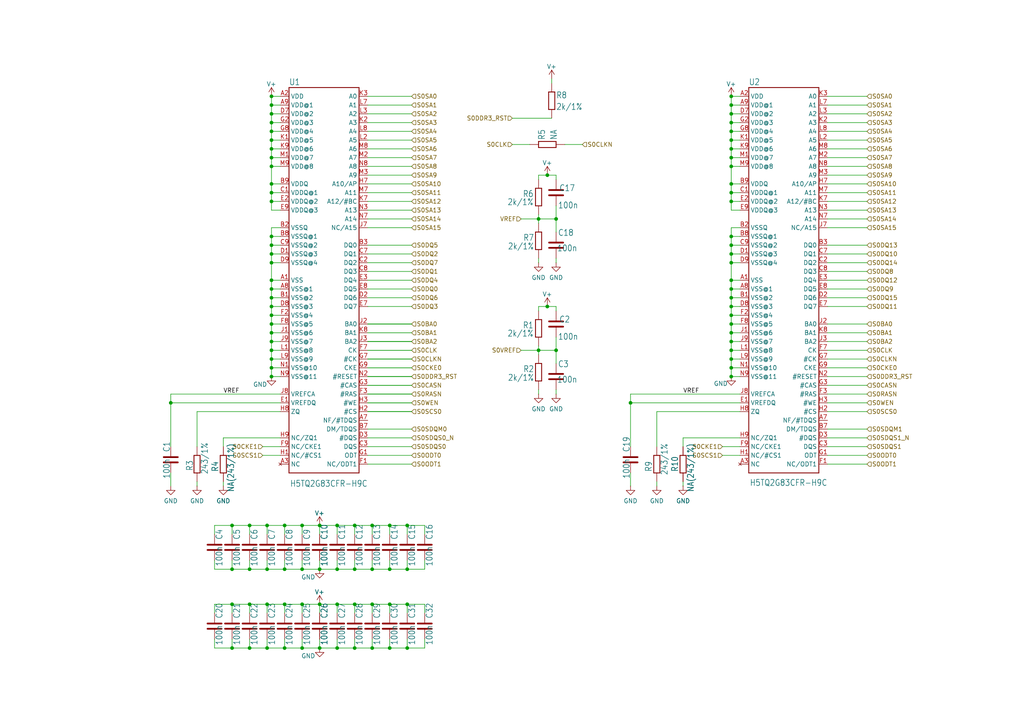
<source format=kicad_sch>
(kicad_sch (version 20231120) (generator "eeschema") (generator_version "8.0")
  (paper "A4")
  (junction (at 87.63 187.96))
  (junction (at 78.74 99.06))
  (junction (at 87.63 175.26))
  (junction (at 113.03 187.96))
  (junction (at 78.74 88.9))
  (junction (at 156.21 63.5))
  (junction (at 212.09 93.98))
  (junction (at 78.74 48.26))
  (junction (at 212.09 104.14))
  (junction (at 67.31 175.26))
  (junction (at 102.87 152.4))
  (junction (at 113.03 175.26))
  (junction (at 212.09 96.52))
  (junction (at 78.74 45.72))
  (junction (at 212.09 43.18))
  (junction (at 212.09 71.12))
  (junction (at 212.09 88.9))
  (junction (at 78.74 76.2))
  (junction (at 78.74 27.94))
  (junction (at 78.74 104.14))
  (junction (at 97.79 175.26))
  (junction (at 92.71 187.96))
  (junction (at 113.03 152.4))
  (junction (at 78.74 68.58))
  (junction (at 77.47 152.4))
  (junction (at 78.74 33.02))
  (junction (at 78.74 93.98))
  (junction (at 77.47 187.96))
  (junction (at 78.74 96.52))
  (junction (at 78.74 43.18))
  (junction (at 92.71 165.1))
  (junction (at 102.87 175.26))
  (junction (at 161.29 101.6))
  (junction (at 72.39 152.4))
  (junction (at 78.74 40.64))
  (junction (at 78.74 86.36))
  (junction (at 212.09 35.56))
  (junction (at 118.11 165.1))
  (junction (at 212.09 99.06))
  (junction (at 78.74 71.12))
  (junction (at 212.09 81.28))
  (junction (at 212.09 91.44))
  (junction (at 107.95 152.4))
  (junction (at 212.09 68.58))
  (junction (at 118.11 152.4))
  (junction (at 212.09 48.26))
  (junction (at 92.71 175.26))
  (junction (at 212.09 86.36))
  (junction (at 78.74 35.56))
  (junction (at 67.31 187.96))
  (junction (at 212.09 106.68))
  (junction (at 212.09 76.2))
  (junction (at 77.47 175.26))
  (junction (at 87.63 165.1))
  (junction (at 158.75 50.8))
  (junction (at 118.11 187.96))
  (junction (at 118.11 175.26))
  (junction (at 78.74 81.28))
  (junction (at 78.74 30.48))
  (junction (at 97.79 165.1))
  (junction (at 212.09 109.22))
  (junction (at 212.09 73.66))
  (junction (at 78.74 91.44))
  (junction (at 161.29 63.5))
  (junction (at 212.09 45.72))
  (junction (at 72.39 165.1))
  (junction (at 78.74 106.68))
  (junction (at 107.95 187.96))
  (junction (at 78.74 73.66))
  (junction (at 82.55 175.26))
  (junction (at 182.88 116.84))
  (junction (at 82.55 152.4))
  (junction (at 107.95 165.1))
  (junction (at 107.95 175.26))
  (junction (at 67.31 165.1))
  (junction (at 97.79 187.96))
  (junction (at 158.75 88.9))
  (junction (at 92.71 152.4))
  (junction (at 87.63 152.4))
  (junction (at 78.74 58.42))
  (junction (at 78.74 38.1))
  (junction (at 156.21 101.6))
  (junction (at 102.87 165.1))
  (junction (at 212.09 38.1))
  (junction (at 212.09 53.34))
  (junction (at 97.79 152.4))
  (junction (at 82.55 165.1))
  (junction (at 212.09 33.02))
  (junction (at 72.39 175.26))
  (junction (at 72.39 187.96))
  (junction (at 78.74 101.6))
  (junction (at 102.87 187.96))
  (junction (at 212.09 40.64))
  (junction (at 78.74 109.22))
  (junction (at 212.09 30.48))
  (junction (at 212.09 27.94))
  (junction (at 49.53 116.84))
  (junction (at 78.74 83.82))
  (junction (at 212.09 58.42))
  (junction (at 78.74 53.34))
  (junction (at 77.47 165.1))
  (junction (at 212.09 101.6))
  (junction (at 67.31 152.4))
  (junction (at 212.09 83.82))
  (junction (at 212.09 55.88))
  (junction (at 78.74 55.88))
  (junction (at 82.55 187.96))
  (junction (at 113.03 165.1))
  (wire (pts (xy 251.46 99.06) (xy 240.03 99.06)))
  (wire (pts (xy 148.59 41.91) (xy 153.67 41.91)) (stroke (width 0.1524)))
  (wire (pts (xy 76.2 132.08) (xy 81.28 132.08)) (stroke (width 0.1524)))
  (wire (pts (xy 214.63 91.44) (xy 212.09 91.44)) (stroke (width 0.1524)))
  (wire (pts (xy 106.68 40.64) (xy 119.38 40.64)) (stroke (width 0.1524)))
  (wire (pts (xy 102.87 152.4) (xy 107.95 152.4)) (stroke (width 0.1524)))
  (wire (pts (xy 57.15 119.38) (xy 57.15 129.54)) (stroke (width 0.1524)))
  (wire (pts (xy 49.53 114.3) (xy 81.28 114.3)) (stroke (width 0.1524)))
  (wire (pts (xy 212.09 66.04) (xy 212.09 68.58)) (stroke (width 0.1524)))
  (wire (pts (xy 251.46 60.96) (xy 240.03 60.96)))
  (wire (pts (xy 212.09 30.48) (xy 212.09 27.94)) (stroke (width 0.1524)))
  (wire (pts (xy 81.28 81.28) (xy 78.74 81.28)) (stroke (width 0.1524)))
  (wire (pts (xy 240.03 88.9) (xy 251.46 88.9)) (stroke (width 0.1524)))
  (wire (pts (xy 62.23 165.1) (xy 67.31 165.1)) (stroke (width 0.1524)))
  (wire (pts (xy 214.63 53.34) (xy 212.09 53.34)) (stroke (width 0.1524)))
  (wire (pts (xy 212.09 60.96) (xy 212.09 58.42)) (stroke (width 0.1524)))
  (wire (pts (xy 106.68 30.48) (xy 119.38 30.48)) (stroke (width 0.1524)))
  (wire (pts (xy 214.63 104.14) (xy 212.09 104.14)) (stroke (width 0.1524)))
  (wire (pts (xy 123.19 152.4) (xy 118.11 152.4)) (stroke (width 0.1524)))
  (wire (pts (xy 49.53 116.84) (xy 49.53 129.54)) (stroke (width 0.1524)))
  (wire (pts (xy 106.68 88.9) (xy 119.38 88.9)) (stroke (width 0.1524)))
  (wire (pts (xy 214.63 76.2) (xy 212.09 76.2)) (stroke (width 0.1524)))
  (wire (pts (xy 113.03 165.1) (xy 118.11 165.1)) (stroke (width 0.1524)))
  (wire (pts (xy 78.74 35.56) (xy 78.74 33.02)) (stroke (width 0.1524)))
  (wire (pts (xy 251.46 96.52) (xy 240.03 96.52)))
  (wire (pts (xy 214.63 55.88) (xy 212.09 55.88)) (stroke (width 0.1524)))
  (wire (pts (xy 251.46 33.02) (xy 240.03 33.02)))
  (wire (pts (xy 161.29 88.9) (xy 161.29 90.17)) (stroke (width 0.1524)))
  (wire (pts (xy 156.21 52.07) (xy 156.21 50.8)) (stroke (width 0.1524)))
  (wire (pts (xy 82.55 162.56) (xy 82.55 165.1)) (stroke (width 0.1524)))
  (wire (pts (xy 67.31 152.4) (xy 67.31 154.94)) (stroke (width 0.1524)))
  (wire (pts (xy 190.5 140.97) (xy 190.5 139.7)) (stroke (width 0.1524)))
  (wire (pts (xy 198.12 127) (xy 198.12 129.54)) (stroke (width 0.1524)))
  (wire (pts (xy 92.71 185.42) (xy 92.71 187.96)) (stroke (width 0.1524)))
  (wire (pts (xy 78.74 55.88) (xy 78.74 53.34)) (stroke (width 0.1524)))
  (wire (pts (xy 102.87 175.26) (xy 97.79 175.26)) (stroke (width 0.1524)))
  (wire (pts (xy 251.46 58.42) (xy 240.03 58.42)))
  (wire (pts (xy 76.2 129.54) (xy 81.28 129.54)) (stroke (width 0.1524)))
  (wire (pts (xy 214.63 58.42) (xy 212.09 58.42)) (stroke (width 0.1524)))
  (wire (pts (xy 106.68 50.8) (xy 119.38 50.8)) (stroke (width 0.1524)))
  (wire (pts (xy 82.55 152.4) (xy 87.63 152.4)) (stroke (width 0.1524)))
  (wire (pts (xy 160.02 22.86) (xy 160.02 24.13)) (stroke (width 0.1524)))
  (wire (pts (xy 161.29 113.03) (xy 161.29 114.3)) (stroke (width 0.1524)))
  (wire (pts (xy 214.63 40.64) (xy 212.09 40.64)) (stroke (width 0.1524)))
  (wire (pts (xy 113.03 175.26) (xy 113.03 177.8)) (stroke (width 0.1524)))
  (wire (pts (xy 251.46 45.72) (xy 240.03 45.72)))
  (wire (pts (xy 214.63 96.52) (xy 212.09 96.52)) (stroke (width 0.1524)))
  (wire (pts (xy 81.28 68.58) (xy 78.74 68.58)) (stroke (width 0.1524)))
  (wire (pts (xy 97.79 175.26) (xy 97.79 177.8)) (stroke (width 0.1524)))
  (wire (pts (xy 251.46 134.62) (xy 240.03 134.62)))
  (wire (pts (xy 106.68 104.14) (xy 119.38 104.14)) (stroke (width 0.1524)))
  (wire (pts (xy 106.68 106.68) (xy 119.38 106.68)))
  (wire (pts (xy 106.68 35.56) (xy 119.38 35.56)) (stroke (width 0.1524)))
  (wire (pts (xy 102.87 165.1) (xy 107.95 165.1)) (stroke (width 0.1524)))
  (wire (pts (xy 158.75 88.9) (xy 161.29 88.9)) (stroke (width 0.1524)))
  (wire (pts (xy 251.46 38.1) (xy 240.03 38.1)))
  (wire (pts (xy 214.63 45.72) (xy 212.09 45.72)) (stroke (width 0.1524)))
  (wire (pts (xy 212.09 71.12) (xy 212.09 73.66)) (stroke (width 0.1524)))
  (wire (pts (xy 102.87 187.96) (xy 102.87 185.42)) (stroke (width 0.1524)))
  (wire (pts (xy 107.95 187.96) (xy 102.87 187.96)) (stroke (width 0.1524)))
  (wire (pts (xy 67.31 187.96) (xy 67.31 185.42)) (stroke (width 0.1524)))
  (wire (pts (xy 113.03 175.26) (xy 118.11 175.26)) (stroke (width 0.1524)))
  (wire (pts (xy 182.88 114.3) (xy 182.88 116.84)) (stroke (width 0.1524)))
  (wire (pts (xy 106.68 93.98) (xy 119.38 93.98)) (stroke (width 0.1524)))
  (wire (pts (xy 81.28 96.52) (xy 78.74 96.52)) (stroke (width 0.1524)))
  (wire (pts (xy 214.63 35.56) (xy 212.09 35.56)) (stroke (width 0.1524)))
  (wire (pts (xy 163.83 41.91) (xy 168.91 41.91)) (stroke (width 0.1524)))
  (wire (pts (xy 106.68 114.3) (xy 119.38 114.3)))
  (wire (pts (xy 78.74 106.68) (xy 78.74 109.22)) (stroke (width 0.1524)))
  (wire (pts (xy 214.63 101.6) (xy 212.09 101.6)) (stroke (width 0.1524)))
  (wire (pts (xy 214.63 83.82) (xy 212.09 83.82)) (stroke (width 0.1524)))
  (wire (pts (xy 81.28 40.64) (xy 78.74 40.64)) (stroke (width 0.1524)))
  (wire (pts (xy 161.29 97.79) (xy 161.29 101.6)) (stroke (width 0.1524)))
  (wire (pts (xy 119.38 129.54) (xy 106.68 129.54)))
  (wire (pts (xy 81.28 73.66) (xy 78.74 73.66)) (stroke (width 0.1524)))
  (wire (pts (xy 106.68 33.02) (xy 119.38 33.02)) (stroke (width 0.1524)))
  (wire (pts (xy 106.68 81.28) (xy 119.38 81.28)) (stroke (width 0.1524)))
  (wire (pts (xy 214.63 48.26) (xy 212.09 48.26)) (stroke (width 0.1524)))
  (wire (pts (xy 123.19 165.1) (xy 123.19 162.56)) (stroke (width 0.1524)))
  (wire (pts (xy 57.15 140.97) (xy 57.15 139.7)))
  (wire (pts (xy 156.21 62.23) (xy 156.21 63.5)) (stroke (width 0.1524)))
  (wire (pts (xy 78.74 101.6) (xy 78.74 104.14)) (stroke (width 0.1524)))
  (wire (pts (xy 212.09 53.34) (xy 212.09 48.26)) (stroke (width 0.1524)))
  (wire (pts (xy 212.09 106.68) (xy 212.09 109.22)) (stroke (width 0.1524)))
  (wire (pts (xy 182.88 116.84) (xy 182.88 129.54)) (stroke (width 0.1524)))
  (wire (pts (xy 81.28 109.22) (xy 78.74 109.22)) (stroke (width 0.1524)))
  (wire (pts (xy 151.13 63.5) (xy 156.21 63.5)) (stroke (width 0.1524)))
  (wire (pts (xy 251.46 93.98) (xy 240.03 93.98)))
  (wire (pts (xy 77.47 175.26) (xy 82.55 175.26)) (stroke (width 0.1524)))
  (wire (pts (xy 106.68 101.6) (xy 119.38 101.6)) (stroke (width 0.1524)))
  (wire (pts (xy 240.03 86.36) (xy 251.46 86.36)) (stroke (width 0.1524)))
  (wire (pts (xy 212.09 68.58) (xy 212.09 71.12)) (stroke (width 0.1524)))
  (wire (pts (xy 92.71 187.96) (xy 97.79 187.96)) (stroke (width 0.1524)))
  (wire (pts (xy 81.28 119.38) (xy 57.15 119.38)) (stroke (width 0.1524)))
  (wire (pts (xy 123.19 175.26) (xy 123.19 177.8)) (stroke (width 0.1524)))
  (wire (pts (xy 87.63 187.96) (xy 92.71 187.96)) (stroke (width 0.1524)))
  (wire (pts (xy 106.68 116.84) (xy 119.38 116.84)))
  (wire (pts (xy 78.74 33.02) (xy 78.74 30.48)) (stroke (width 0.1524)))
  (wire (pts (xy 72.39 175.26) (xy 77.47 175.26)) (stroke (width 0.1524)))
  (wire (pts (xy 81.28 60.96) (xy 78.74 60.96)) (stroke (width 0.1524)))
  (wire (pts (xy 78.74 53.34) (xy 78.74 48.26)) (stroke (width 0.1524)))
  (wire (pts (xy 77.47 152.4) (xy 82.55 152.4)) (stroke (width 0.1524)))
  (wire (pts (xy 214.63 127) (xy 198.12 127)) (stroke (width 0.1524)))
  (wire (pts (xy 102.87 187.96) (xy 97.79 187.96)) (stroke (width 0.1524)))
  (wire (pts (xy 251.46 124.46) (xy 240.03 124.46)))
  (wire (pts (xy 212.09 81.28) (xy 212.09 83.82)) (stroke (width 0.1524)))
  (wire (pts (xy 161.29 50.8) (xy 161.29 52.07)) (stroke (width 0.1524)))
  (wire (pts (xy 97.79 187.96) (xy 97.79 185.42)) (stroke (width 0.1524)))
  (wire (pts (xy 81.28 43.18) (xy 78.74 43.18)) (stroke (width 0.1524)))
  (wire (pts (xy 251.46 109.22) (xy 240.03 109.22)))
  (wire (pts (xy 156.21 63.5) (xy 161.29 63.5)) (stroke (width 0.1524)))
  (wire (pts (xy 62.23 154.94) (xy 62.23 152.4)) (stroke (width 0.1524)))
  (wire (pts (xy 214.63 27.94) (xy 212.09 27.94)) (stroke (width 0.1524)))
  (wire (pts (xy 251.46 30.48) (xy 240.03 30.48)))
  (wire (pts (xy 214.63 71.12) (xy 212.09 71.12)) (stroke (width 0.1524)))
  (wire (pts (xy 107.95 175.26) (xy 102.87 175.26)) (stroke (width 0.1524)))
  (wire (pts (xy 102.87 165.1) (xy 97.79 165.1)) (stroke (width 0.1524)))
  (wire (pts (xy 106.68 73.66) (xy 119.38 73.66)) (stroke (width 0.1524)))
  (wire (pts (xy 82.55 187.96) (xy 87.63 187.96)) (stroke (width 0.1524)))
  (wire (pts (xy 106.68 55.88) (xy 119.38 55.88)) (stroke (width 0.1524)))
  (wire (pts (xy 92.71 152.4) (xy 92.71 154.94)) (stroke (width 0.1524)))
  (wire (pts (xy 212.09 40.64) (xy 212.09 38.1)) (stroke (width 0.1524)))
  (wire (pts (xy 81.28 35.56) (xy 78.74 35.56)) (stroke (width 0.1524)))
  (wire (pts (xy 81.28 71.12) (xy 78.74 71.12)) (stroke (width 0.1524)))
  (wire (pts (xy 156.21 90.17) (xy 156.21 88.9)) (stroke (width 0.1524)))
  (wire (pts (xy 97.79 165.1) (xy 92.71 165.1)) (stroke (width 0.1524)))
  (wire (pts (xy 78.74 43.18) (xy 78.74 40.64)) (stroke (width 0.1524)))
  (wire (pts (xy 78.74 106.68) (xy 81.28 106.68)) (stroke (width 0.1524)))
  (wire (pts (xy 119.38 127) (xy 106.68 127)))
  (wire (pts (xy 118.11 187.96) (xy 113.03 187.96)) (stroke (width 0.1524)))
  (wire (pts (xy 214.63 73.66) (xy 212.09 73.66)) (stroke (width 0.1524)))
  (wire (pts (xy 156.21 76.2) (xy 156.21 74.93)))
  (wire (pts (xy 107.95 187.96) (xy 107.95 185.42)) (stroke (width 0.1524)))
  (wire (pts (xy 67.31 175.26) (xy 72.39 175.26)) (stroke (width 0.1524)))
  (wire (pts (xy 214.63 33.02) (xy 212.09 33.02)) (stroke (width 0.1524)))
  (wire (pts (xy 156.21 100.33) (xy 156.21 101.6)) (stroke (width 0.1524)))
  (wire (pts (xy 106.68 58.42) (xy 119.38 58.42)) (stroke (width 0.1524)))
  (wire (pts (xy 240.03 83.82) (xy 251.46 83.82)) (stroke (width 0.1524)))
  (wire (pts (xy 78.74 88.9) (xy 78.74 91.44)) (stroke (width 0.1524)))
  (wire (pts (xy 251.46 55.88) (xy 240.03 55.88)))
  (wire (pts (xy 81.28 66.04) (xy 78.74 66.04)) (stroke (width 0.1524)))
  (wire (pts (xy 212.09 83.82) (xy 212.09 86.36)) (stroke (width 0.1524)))
  (wire (pts (xy 97.79 152.4) (xy 102.87 152.4)) (stroke (width 0.1524)))
  (wire (pts (xy 151.13 101.6) (xy 156.21 101.6)) (stroke (width 0.1524)))
  (wire (pts (xy 77.47 187.96) (xy 82.55 187.96)) (stroke (width 0.1524)))
  (wire (pts (xy 106.68 104.14) (xy 119.38 104.14)))
  (wire (pts (xy 62.23 162.56) (xy 62.23 165.1)) (stroke (width 0.1524)))
  (wire (pts (xy 212.09 99.06) (xy 212.09 101.6)) (stroke (width 0.1524)))
  (wire (pts (xy 106.68 83.82) (xy 119.38 83.82)) (stroke (width 0.1524)))
  (wire (pts (xy 102.87 152.4) (xy 102.87 154.94)) (stroke (width 0.1524)))
  (wire (pts (xy 212.09 35.56) (xy 212.09 33.02)) (stroke (width 0.1524)))
  (wire (pts (xy 78.74 66.04) (xy 78.74 68.58)) (stroke (width 0.1524)))
  (wire (pts (xy 78.74 38.1) (xy 78.74 35.56)) (stroke (width 0.1524)))
  (wire (pts (xy 78.74 91.44) (xy 78.74 93.98)) (stroke (width 0.1524)))
  (wire (pts (xy 214.63 66.04) (xy 212.09 66.04)) (stroke (width 0.1524)))
  (wire (pts (xy 212.09 33.02) (xy 212.09 30.48)) (stroke (width 0.1524)))
  (wire (pts (xy 78.74 104.14) (xy 78.74 106.68)) (stroke (width 0.1524)))
  (wire (pts (xy 81.28 99.06) (xy 78.74 99.06)) (stroke (width 0.1524)))
  (wire (pts (xy 82.55 165.1) (xy 77.47 165.1)) (stroke (width 0.1524)))
  (wire (pts (xy 113.03 152.4) (xy 107.95 152.4)) (stroke (width 0.1524)))
  (wire (pts (xy 123.19 187.96) (xy 118.11 187.96)) (stroke (width 0.1524)))
  (wire (pts (xy 81.28 33.02) (xy 78.74 33.02)) (stroke (width 0.1524)))
  (wire (pts (xy 81.28 76.2) (xy 78.74 76.2)) (stroke (width 0.1524)))
  (wire (pts (xy 106.68 27.94) (xy 119.38 27.94)) (stroke (width 0.1524)))
  (wire (pts (xy 78.74 76.2) (xy 78.74 81.28)) (stroke (width 0.1524)))
  (wire (pts (xy 62.23 185.42) (xy 62.23 187.96)) (stroke (width 0.1524)))
  (wire (pts (xy 106.68 48.26) (xy 119.38 48.26)) (stroke (width 0.1524)))
  (wire (pts (xy 77.47 175.26) (xy 77.47 177.8)) (stroke (width 0.1524)))
  (wire (pts (xy 78.74 58.42) (xy 78.74 55.88)) (stroke (width 0.1524)))
  (wire (pts (xy 214.63 99.06) (xy 212.09 99.06)) (stroke (width 0.1524)))
  (wire (pts (xy 106.68 99.06) (xy 119.38 99.06)) (stroke (width 0.1524)))
  (wire (pts (xy 81.28 116.84) (xy 49.53 116.84)) (stroke (width 0.1524)))
  (wire (pts (xy 156.21 101.6) (xy 156.21 102.87)) (stroke (width 0.1524)))
  (wire (pts (xy 209.55 132.08) (xy 214.63 132.08)))
  (wire (pts (xy 67.31 187.96) (xy 62.23 187.96)) (stroke (width 0.1524)))
  (wire (pts (xy 119.38 124.46) (xy 106.68 124.46)))
  (wire (pts (xy 182.88 114.3) (xy 214.63 114.3)) (stroke (width 0.1524)))
  (wire (pts (xy 214.63 88.9) (xy 212.09 88.9)) (stroke (width 0.1524)))
  (wire (pts (xy 92.71 162.56) (xy 92.71 165.1)) (stroke (width 0.1524)))
  (wire (pts (xy 212.09 58.42) (xy 212.09 55.88)) (stroke (width 0.1524)))
  (wire (pts (xy 118.11 175.26) (xy 123.19 175.26)) (stroke (width 0.1524)))
  (wire (pts (xy 240.03 73.66) (xy 251.46 73.66)) (stroke (width 0.1524)))
  (wire (pts (xy 82.55 152.4) (xy 82.55 154.94)) (stroke (width 0.1524)))
  (wire (pts (xy 106.68 119.38) (xy 119.38 119.38)) (stroke (width 0.1524)))
  (wire (pts (xy 78.74 45.72) (xy 78.74 43.18)) (stroke (width 0.1524)))
  (wire (pts (xy 251.46 35.56) (xy 240.03 35.56)))
  (wire (pts (xy 212.09 96.52) (xy 212.09 99.06)) (stroke (width 0.1524)))
  (wire (pts (xy 118.11 162.56) (xy 118.11 165.1)) (stroke (width 0.1524)))
  (wire (pts (xy 212.09 86.36) (xy 212.09 88.9)) (stroke (width 0.1524)))
  (wire (pts (xy 106.68 96.52) (xy 119.38 96.52)))
  (wire (pts (xy 81.28 45.72) (xy 78.74 45.72)) (stroke (width 0.1524)))
  (wire (pts (xy 156.21 113.03) (xy 156.21 114.3)) (stroke (width 0.1524)))
  (wire (pts (xy 106.68 71.12) (xy 119.38 71.12)) (stroke (width 0.1524)))
  (wire (pts (xy 64.77 140.97) (xy 64.77 139.7)))
  (wire (pts (xy 214.63 60.96) (xy 212.09 60.96)) (stroke (width 0.1524)))
  (wire (pts (xy 240.03 81.28) (xy 251.46 81.28)) (stroke (width 0.1524)))
  (wire (pts (xy 119.38 132.08) (xy 106.68 132.08)))
  (wire (pts (xy 251.46 132.08) (xy 240.03 132.08)))
  (wire (pts (xy 214.63 30.48) (xy 212.09 30.48)) (stroke (width 0.1524)))
  (wire (pts (xy 212.09 48.26) (xy 212.09 45.72)) (stroke (width 0.1524)))
  (wire (pts (xy 62.23 152.4) (xy 67.31 152.4)) (stroke (width 0.1524)))
  (wire (pts (xy 118.11 187.96) (xy 118.11 185.42)) (stroke (width 0.1524)))
  (wire (pts (xy 81.28 91.44) (xy 78.74 91.44)) (stroke (width 0.1524)))
  (wire (pts (xy 106.68 96.52) (xy 119.38 96.52)) (stroke (width 0.1524)))
  (wire (pts (xy 251.46 129.54) (xy 240.03 129.54)))
  (wire (pts (xy 118.11 152.4) (xy 118.11 154.94)) (stroke (width 0.1524)))
  (wire (pts (xy 240.03 76.2) (xy 251.46 76.2)) (stroke (width 0.1524)))
  (wire (pts (xy 212.09 45.72) (xy 212.09 43.18)) (stroke (width 0.1524)))
  (wire (pts (xy 77.47 187.96) (xy 72.39 187.96)) (stroke (width 0.1524)))
  (wire (pts (xy 78.74 40.64) (xy 78.74 38.1)) (stroke (width 0.1524)))
  (wire (pts (xy 72.39 187.96) (xy 67.31 187.96)) (stroke (width 0.1524)))
  (wire (pts (xy 118.11 165.1) (xy 123.19 165.1)) (stroke (width 0.1524)))
  (wire (pts (xy 251.46 104.14) (xy 240.03 104.14)))
  (wire (pts (xy 87.63 187.96) (xy 87.63 185.42)) (stroke (width 0.1524)))
  (wire (pts (xy 92.71 175.26) (xy 87.63 175.26)) (stroke (width 0.1524)))
  (wire (pts (xy 49.53 114.3) (xy 49.53 116.84)) (stroke (width 0.1524)))
  (wire (pts (xy 161.29 67.31) (xy 161.29 63.5)) (stroke (width 0.1524)))
  (wire (pts (xy 161.29 105.41) (xy 161.29 101.6)) (stroke (width 0.1524)))
  (wire (pts (xy 106.68 86.36) (xy 119.38 86.36)) (stroke (width 0.1524)))
  (wire (pts (xy 107.95 165.1) (xy 113.03 165.1)) (stroke (width 0.1524)))
  (wire (pts (xy 240.03 66.04) (xy 251.46 66.04)) (stroke (width 0.1524)))
  (wire (pts (xy 107.95 152.4) (xy 107.95 154.94)) (stroke (width 0.1524)))
  (wire (pts (xy 81.28 27.94) (xy 78.74 27.94)) (stroke (width 0.1524)))
  (wire (pts (xy 106.68 111.76) (xy 119.38 111.76)) (stroke (width 0.1524)))
  (wire (pts (xy 251.46 114.3) (xy 240.03 114.3)))
  (wire (pts (xy 81.28 88.9) (xy 78.74 88.9)) (stroke (width 0.1524)))
  (wire (pts (xy 81.28 58.42) (xy 78.74 58.42)) (stroke (width 0.1524)))
  (wire (pts (xy 251.46 119.38) (xy 240.03 119.38)))
  (wire (pts (xy 78.74 60.96) (xy 78.74 58.42)) (stroke (width 0.1524)))
  (wire (pts (xy 119.38 134.62) (xy 106.68 134.62)))
  (wire (pts (xy 78.74 73.66) (xy 78.74 76.2)) (stroke (width 0.1524)))
  (wire (pts (xy 77.47 187.96) (xy 77.47 185.42)) (stroke (width 0.1524)))
  (wire (pts (xy 72.39 165.1) (xy 77.47 165.1)) (stroke (width 0.1524)))
  (wire (pts (xy 251.46 116.84) (xy 240.03 116.84)))
  (wire (pts (xy 212.09 43.18) (xy 212.09 40.64)) (stroke (width 0.1524)))
  (wire (pts (xy 106.68 106.68) (xy 119.38 106.68)) (stroke (width 0.1524)))
  (wire (pts (xy 107.95 175.26) (xy 113.03 175.26)) (stroke (width 0.1524)))
  (wire (pts (xy 156.21 63.5) (xy 156.21 64.77)) (stroke (width 0.1524)))
  (wire (pts (xy 72.39 165.1) (xy 67.31 165.1)) (stroke (width 0.1524)))
  (wire (pts (xy 78.74 48.26) (xy 78.74 45.72)) (stroke (width 0.1524)))
  (wire (pts (xy 106.68 76.2) (xy 119.38 76.2)) (stroke (width 0.1524)))
  (wire (pts (xy 106.68 66.04) (xy 119.38 66.04)) (stroke (width 0.1524)))
  (wire (pts (xy 106.68 63.5) (xy 119.38 63.5)) (stroke (width 0.1524)))
  (wire (pts (xy 97.79 175.26) (xy 92.71 175.26)) (stroke (width 0.1524)))
  (wire (pts (xy 251.46 43.18) (xy 240.03 43.18)))
  (wire (pts (xy 87.63 165.1) (xy 82.55 165.1)) (stroke (width 0.1524)))
  (wire (pts (xy 251.46 63.5) (xy 240.03 63.5)))
  (wire (pts (xy 77.47 152.4) (xy 77.47 154.94)) (stroke (width 0.1524)))
  (wire (pts (xy 161.29 76.2) (xy 161.29 74.93)))
  (wire (pts (xy 113.03 187.96) (xy 113.03 185.42)) (stroke (width 0.1524)))
  (wire (pts (xy 92.71 152.4) (xy 97.79 152.4)) (stroke (width 0.1524)))
  (wire (pts (xy 123.19 154.94) (xy 123.19 152.4)) (stroke (width 0.1524)))
  (wire (pts (xy 161.29 101.6) (xy 156.21 101.6)) (stroke (width 0.1524)))
  (wire (pts (xy 214.63 86.36) (xy 212.09 86.36)) (stroke (width 0.1524)))
  (wire (pts (xy 72.39 152.4) (xy 72.39 154.94)) (stroke (width 0.1524)))
  (wire (pts (xy 106.68 109.22) (xy 119.38 109.22)))
  (wire (pts (xy 78.74 71.12) (xy 78.74 73.66)) (stroke (width 0.1524)))
  (wire (pts (xy 67.31 152.4) (xy 72.39 152.4)) (stroke (width 0.1524)))
  (wire (pts (xy 212.09 55.88) (xy 212.09 53.34)) (stroke (width 0.1524)))
  (wire (pts (xy 106.68 93.98) (xy 119.38 93.98)))
  (wire (pts (xy 106.68 114.3) (xy 119.38 114.3)) (stroke (width 0.1524)))
  (wire (pts (xy 212.09 101.6) (xy 212.09 104.14)) (stroke (width 0.1524)))
  (wire (pts (xy 78.74 99.06) (xy 78.74 101.6)) (stroke (width 0.1524)))
  (wire (pts (xy 106.68 109.22) (xy 119.38 109.22)) (stroke (width 0.1524)))
  (wire (pts (xy 251.46 101.6) (xy 240.03 101.6)))
  (wire (pts (xy 81.28 93.98) (xy 78.74 93.98)) (stroke (width 0.1524)))
  (wire (pts (xy 102.87 162.56) (xy 102.87 165.1)) (stroke (width 0.1524)))
  (wire (pts (xy 78.74 93.98) (xy 78.74 96.52)) (stroke (width 0.1524)))
  (wire (pts (xy 106.68 78.74) (xy 119.38 78.74)) (stroke (width 0.1524)))
  (wire (pts (xy 81.28 83.82) (xy 78.74 83.82)) (stroke (width 0.1524)))
  (wire (pts (xy 212.09 91.44) (xy 212.09 93.98)) (stroke (width 0.1524)))
  (wire (pts (xy 72.39 175.26) (xy 72.39 177.8)) (stroke (width 0.1524)))
  (wire (pts (xy 251.46 40.64) (xy 240.03 40.64)))
  (wire (pts (xy 82.55 175.26) (xy 82.55 177.8)) (stroke (width 0.1524)))
  (wire (pts (xy 161.29 59.69) (xy 161.29 63.5)) (stroke (width 0.1524)))
  (wire (pts (xy 156.21 50.8) (xy 158.75 50.8)) (stroke (width 0.1524)))
  (wire (pts (xy 214.63 116.84) (xy 182.88 116.84)) (stroke (width 0.1524)))
  (wire (pts (xy 148.59 34.29) (xy 160.02 34.29)) (stroke (width 0.1524)))
  (wire (pts (xy 87.63 152.4) (xy 87.63 154.94)) (stroke (width 0.1524)))
  (wire (pts (xy 212.09 93.98) (xy 212.09 96.52)) (stroke (width 0.1524)))
  (wire (pts (xy 107.95 162.56) (xy 107.95 165.1)) (stroke (width 0.1524)))
  (wire (pts (xy 156.21 88.9) (xy 158.75 88.9)) (stroke (width 0.1524)))
  (wire (pts (xy 106.68 101.6) (xy 119.38 101.6)))
  (wire (pts (xy 251.46 48.26) (xy 240.03 48.26)))
  (wire (pts (xy 123.19 185.42) (xy 123.19 187.96)) (stroke (width 0.1524)))
  (wire (pts (xy 251.46 50.8) (xy 240.03 50.8)))
  (wire (pts (xy 212.09 104.14) (xy 212.09 106.68)) (stroke (width 0.1524)))
  (wire (pts (xy 67.31 175.26) (xy 67.31 177.8)) (stroke (width 0.1524)))
  (wire (pts (xy 214.63 106.68) (xy 212.09 106.68)) (stroke (width 0.1524)))
  (wire (pts (xy 92.71 165.1) (xy 87.63 165.1)) (stroke (width 0.1524)))
  (wire (pts (xy 113.03 152.4) (xy 113.03 154.94)) (stroke (width 0.1524)))
  (wire (pts (xy 49.53 137.16) (xy 49.53 140.97)) (stroke (width 0.1524)))
  (wire (pts (xy 72.39 165.1) (xy 72.39 162.56)) (stroke (width 0.1524)))
  (wire (pts (xy 212.09 73.66) (xy 212.09 76.2)) (stroke (width 0.1524)))
  (wire (pts (xy 251.46 111.76) (xy 240.03 111.76)))
  (wire (pts (xy 214.63 81.28) (xy 212.09 81.28)) (stroke (width 0.1524)))
  (wire (pts (xy 198.12 140.97) (xy 198.12 139.7)) (stroke (width 0.1524)))
  (wire (pts (xy 81.28 48.26) (xy 78.74 48.26)) (stroke (width 0.1524)))
  (wire (pts (xy 97.79 152.4) (xy 97.79 154.94)) (stroke (width 0.1524)))
  (wire (pts (xy 87.63 175.26) (xy 87.63 177.8)) (stroke (width 0.1524)))
  (wire (pts (xy 78.74 83.82) (xy 78.74 86.36)) (stroke (width 0.1524)))
  (wire (pts (xy 72.39 187.96) (xy 72.39 185.42)) (stroke (width 0.1524)))
  (wire (pts (xy 87.63 175.26) (xy 82.55 175.26)) (stroke (width 0.1524)))
  (wire (pts (xy 106.68 119.38) (xy 119.38 119.38)))
  (wire (pts (xy 251.46 27.94) (xy 240.03 27.94)))
  (wire (pts (xy 113.03 187.96) (xy 107.95 187.96)) (stroke (width 0.1524)))
  (wire (pts (xy 240.03 71.12) (xy 251.46 71.12)) (stroke (width 0.1524)))
  (wire (pts (xy 214.63 43.18) (xy 212.09 43.18)) (stroke (width 0.1524)))
  (wire (pts (xy 81.28 55.88) (xy 78.74 55.88)) (stroke (width 0.1524)))
  (wire (pts (xy 214.63 93.98) (xy 212.09 93.98)) (stroke (width 0.1524)))
  (wire (pts (xy 106.68 111.76) (xy 119.38 111.76)))
  (wire (pts (xy 81.28 86.36) (xy 78.74 86.36)) (stroke (width 0.1524)))
  (wire (pts (xy 81.28 101.6) (xy 78.74 101.6)) (stroke (width 0.1524)))
  (wire (pts (xy 81.28 127) (xy 64.77 127)) (stroke (width 0.1524)))
  (wire (pts (xy 107.95 175.26) (xy 107.95 177.8)) (stroke (width 0.1524)))
  (wire (pts (xy 212.09 88.9) (xy 212.09 91.44)) (stroke (width 0.1524)))
  (wire (pts (xy 81.28 53.34) (xy 78.74 53.34)) (stroke (width 0.1524)))
  (wire (pts (xy 212.09 76.2) (xy 212.09 81.28)) (stroke (width 0.1524)))
  (wire (pts (xy 78.74 81.28) (xy 78.74 83.82)) (stroke (width 0.1524)))
  (wire (pts (xy 81.28 104.14) (xy 78.74 104.14)) (stroke (width 0.1524)))
  (wire (pts (xy 118.11 175.26) (xy 118.11 177.8)) (stroke (width 0.1524)))
  (wire (pts (xy 64.77 127) (xy 64.77 129.54)) (stroke (width 0.1524)))
  (wire (pts (xy 97.79 165.1) (xy 97.79 162.56)) (stroke (width 0.1524)))
  (wire (pts (xy 77.47 162.56) (xy 77.47 165.1)) (stroke (width 0.1524)))
  (wire (pts (xy 106.68 45.72) (xy 119.38 45.72)) (stroke (width 0.1524)))
  (wire (pts (xy 251.46 53.34) (xy 240.03 53.34)))
  (wire (pts (xy 87.63 152.4) (xy 92.71 152.4)) (stroke (width 0.1524)))
  (wire (pts (xy 106.68 53.34) (xy 119.38 53.34)) (stroke (width 0.1524)))
  (wire (pts (xy 113.03 162.56) (xy 113.03 165.1)) (stroke (width 0.1524)))
  (wire (pts (xy 62.23 175.26) (xy 62.23 177.8)) (stroke (width 0.1524)))
  (wire (pts (xy 78.74 68.58) (xy 78.74 71.12)) (stroke (width 0.1524)))
  (wire (pts (xy 106.68 60.96) (xy 119.38 60.96)) (stroke (width 0.1524)))
  (wire (pts (xy 240.03 78.74) (xy 251.46 78.74)) (stroke (width 0.1524)))
  (wire (pts (xy 251.46 127) (xy 240.03 127)))
  (wire (pts (xy 78.74 30.48) (xy 78.74 27.94)) (stroke (width 0.1524)))
  (wire (pts (xy 158.75 50.8) (xy 161.29 50.8)) (stroke (width 0.1524)))
  (wire (pts (xy 67.31 162.56) (xy 67.31 165.1)) (stroke (width 0.1524)))
  (wire (pts (xy 209.55 129.54) (xy 214.63 129.54)))
  (wire (pts (xy 87.63 162.56) (xy 87.63 165.1)) (stroke (width 0.1524)))
  (wire (pts (xy 214.63 119.38) (xy 190.5 119.38)) (stroke (width 0.1524)))
  (wire (pts (xy 106.68 99.06) (xy 119.38 99.06)))
  (wire (pts (xy 106.68 43.18) (xy 119.38 43.18)) (stroke (width 0.1524)))
  (wire (pts (xy 102.87 177.8) (xy 102.87 175.26)) (stroke (width 0.1524)))
  (wire (pts (xy 190.5 119.38) (xy 190.5 129.54)) (stroke (width 0.1524)))
  (wire (pts (xy 78.74 96.52) (xy 78.74 99.06)) (stroke (width 0.1524)))
  (wire (pts (xy 81.28 38.1) (xy 78.74 38.1)) (stroke (width 0.1524)))
  (wire (pts (xy 106.68 116.84) (xy 119.38 116.84)) (stroke (width 0.1524)))
  (wire (pts (xy 251.46 106.68) (xy 240.03 106.68)))
  (wire (pts (xy 214.63 68.58) (xy 212.09 68.58)) (stroke (width 0.1524)))
  (wire (pts (xy 81.28 30.48) (xy 78.74 30.48)) (stroke (width 0.1524)))
  (wire (pts (xy 106.68 38.1) (xy 119.38 38.1)) (stroke (width 0.1524)))
  (wire (pts (xy 92.71 175.26) (xy 92.71 177.8)) (stroke (width 0.1524)))
  (wire (pts (xy 82.55 187.96) (xy 82.55 185.42)) (stroke (width 0.1524)))
  (wire (pts (xy 214.63 109.22) (xy 212.09 109.22)) (stroke (width 0.1524)))
  (wire (pts (xy 118.11 152.4) (xy 113.03 152.4)) (stroke (width 0.1524)))
  (wire (pts (xy 212.09 38.1) (xy 212.09 35.56)) (stroke (width 0.1524)))
  (wire (pts (xy 78.74 86.36) (xy 78.74 88.9)) (stroke (width 0.1524)))
  (wire (pts (xy 72.39 152.4) (xy 77.47 152.4)) (stroke (width 0.1524)))
  (wire (pts (xy 182.88 140.97) (xy 182.88 137.16)) (stroke (width 0.1524)))
  (wire (pts (xy 214.63 38.1) (xy 212.09 38.1)) (stroke (width 0.1524)))
  (wire (pts (xy 62.23 175.26) (xy 67.31 175.26)) (stroke (width 0.1524)))
  (label "VREF" (at 64.77 114.3 0) (effects (font (size 1.2446 1.2446))))
  (label "VREF" (at 198.12 114.3 0) (effects (font (size 1.2446 1.2446))))
  (hierarchical_label "S0SA2" (shape input) (at 251.46 33.02 0) (effects (font (size 1.2446 1.2446))))
  (hierarchical_label "S0WEN" (shape input) (at 251.46 116.84 0) (effects (font (size 1.2446 1.2446))))
  (hierarchical_label "S0SA15" (shape input) (at 251.46 66.04 0) (effects (font (size 1.2446 1.2446))))
  (hierarchical_label "S0DQ14" (shape input) (at 251.46 76.2 0) (effects (font (size 1.2446 1.2446))))
  (hierarchical_label "S0CLK" (shape input) (at 148.59 41.91 180) (effects (font (size 1.2446 1.2446))))
  (hierarchical_label "S0SA7" (shape input) (at 119.38 45.72 0) (effects (font (size 1.2446 1.2446))))
  (hierarchical_label "S0DQ13" (shape input) (at 251.46 71.12 0) (effects (font (size 1.2446 1.2446))))
  (hierarchical_label "S0DDR3_RST" (shape input) (at 251.46 109.22 0) (effects (font (size 1.2446 1.2446))))
  (hierarchical_label "S0CKE0" (shape input) (at 251.46 106.68 0) (effects (font (size 1.2446 1.2446))))
  (hierarchical_label "S0SCS0" (shape input) (at 251.46 119.38 0) (effects (font (size 1.2446 1.2446))))
  (hierarchical_label "S0SA11" (shape input) (at 251.46 55.88 0) (effects (font (size 1.2446 1.2446))))
  (hierarchical_label "S0SA1" (shape input) (at 119.38 30.48 0) (effects (font (size 1.2446 1.2446))))
  (hierarchical_label "S0CASN" (shape input) (at 119.38 111.76 0) (effects (font (size 1.2446 1.2446))))
  (hierarchical_label "S0ODT0" (shape input) (at 251.46 132.08 0) (effects (font (size 1.2446 1.2446))))
  (hierarchical_label "S0RASN" (shape input) (at 251.46 114.3 0) (effects (font (size 1.2446 1.2446))))
  (hierarchical_label "S0DQ6" (shape input) (at 119.38 86.36 0) (effects (font (size 1.2446 1.2446))))
  (hierarchical_label "S0CLKN" (shape input) (at 251.46 104.14 0) (effects (font (size 1.2446 1.2446))))
  (hierarchical_label "S0SA9" (shape input) (at 119.38 50.8 0) (effects (font (size 1.2446 1.2446))))
  (hierarchical_label "S0SA8" (shape input) (at 251.46 48.26 0) (effects (font (size 1.2446 1.2446))))
  (hierarchical_label "S0ODT0" (shape input) (at 119.38 132.08 0) (effects (font (size 1.2446 1.2446))))
  (hierarchical_label "S0DQ3" (shape input) (at 119.38 88.9 0) (effects (font (size 1.2446 1.2446))))
  (hierarchical_label "S0SA12" (shape input) (at 119.38 58.42 0) (effects (font (size 1.2446 1.2446))))
  (hierarchical_label "S0CKE1" (shape input) (at 209.55 129.54 180) (effects (font (size 1.2446 1.2446))))
  (hierarchical_label "S0BA0" (shape input) (at 251.46 93.98 0) (effects (font (size 1.2446 1.2446))))
  (hierarchical_label "S0SDQS1" (shape input) (at 251.46 129.54 0) (effects (font (size 1.2446 1.2446))))
  (hierarchical_label "S0DQ5" (shape input) (at 119.38 71.12 0) (effects (font (size 1.2446 1.2446))))
  (hierarchical_label "S0SA0" (shape input) (at 251.46 27.94 0) (effects (font (size 1.2446 1.2446))))
  (hierarchical_label "S0DQ7" (shape input) (at 119.38 76.2 0) (effects (font (size 1.2446 1.2446))))
  (hierarchical_label "S0SA3" (shape input) (at 119.38 35.56 0) (effects (font (size 1.2446 1.2446))))
  (hierarchical_label "S0DQ1" (shape input) (at 119.38 78.74 0) (effects (font (size 1.2446 1.2446))))
  (hierarchical_label "S0SA7" (shape input) (at 251.46 45.72 0) (effects (font (size 1.2446 1.2446))))
  (hierarchical_label "S0SCS1" (shape input) (at 76.2 132.08 180) (effects (font (size 1.2446 1.2446))))
  (hierarchical_label "S0DQ12" (shape input) (at 251.46 81.28 0) (effects (font (size 1.2446 1.2446))))
  (hierarchical_label "VREF" (shape input) (at 151.13 63.5 180) (effects (font (size 1.2446 1.2446))))
  (hierarchical_label "S0SDQS1_N" (shape input) (at 251.46 127 0) (effects (font (size 1.2446 1.2446))))
  (hierarchical_label "S0CLK" (shape input) (at 119.38 101.6 0) (effects (font (size 1.2446 1.2446))))
  (hierarchical_label "S0SDQS0_N" (shape input) (at 119.38 127 0) (effects (font (size 1.2446 1.2446))))
  (hierarchical_label "S0SA6" (shape input) (at 119.38 43.18 0) (effects (font (size 1.2446 1.2446))))
  (hierarchical_label "S0DQ9" (shape input) (at 251.46 83.82 0) (effects (font (size 1.2446 1.2446))))
  (hierarchical_label "S0SA11" (shape input) (at 119.38 55.88 0) (effects (font (size 1.2446 1.2446))))
  (hierarchical_label "S0RASN" (shape input) (at 119.38 114.3 0) (effects (font (size 1.2446 1.2446))))
  (hierarchical_label "S0SA5" (shape input) (at 251.46 40.64 0) (effects (font (size 1.2446 1.2446))))
  (hierarchical_label "S0SA10" (shape input) (at 251.46 53.34 0) (effects (font (size 1.2446 1.2446))))
  (hierarchical_label "S0ODT1" (shape input) (at 119.38 134.62 0) (effects (font (size 1.2446 1.2446))))
  (hierarchical_label "S0SA14" (shape input) (at 119.38 63.5 0) (effects (font (size 1.2446 1.2446))))
  (hierarchical_label "S0SA13" (shape input) (at 251.46 60.96 0) (effects (font (size 1.2446 1.2446))))
  (hierarchical_label "S0DQ0" (shape input) (at 119.38 83.82 0) (effects (font (size 1.2446 1.2446))))
  (hierarchical_label "S0CLKN" (shape input) (at 119.38 104.14 0) (effects (font (size 1.2446 1.2446))))
  (hierarchical_label "S0DQ4" (shape input) (at 119.38 81.28 0) (effects (font (size 1.2446 1.2446))))
  (hierarchical_label "S0CKE0" (shape input) (at 119.38 106.68 0) (effects (font (size 1.2446 1.2446))))
  (hierarchical_label "S0SA9" (shape input) (at 251.46 50.8 0) (effects (font (size 1.2446 1.2446))))
  (hierarchical_label "S0CLK" (shape input) (at 251.46 101.6 0) (effects (font (size 1.2446 1.2446))))
  (hierarchical_label "S0SDQM0" (shape input) (at 119.38 124.46 0) (effects (font (size 1.2446 1.2446))))
  (hierarchical_label "S0WEN" (shape input) (at 119.38 116.84 0) (effects (font (size 1.2446 1.2446))))
  (hierarchical_label "S0CASN" (shape input) (at 251.46 111.76 0) (effects (font (size 1.2446 1.2446))))
  (hierarchical_label "S0SA13" (shape input) (at 119.38 60.96 0) (effects (font (size 1.2446 1.2446))))
  (hierarchical_label "S0SA6" (shape input) (at 251.46 43.18 0) (effects (font (size 1.2446 1.2446))))
  (hierarchical_label "S0SA15" (shape input) (at 119.38 66.04 0) (effects (font (size 1.2446 1.2446))))
  (hierarchical_label "S0CKE1" (shape input) (at 76.2 129.54 180) (effects (font (size 1.2446 1.2446))))
  (hierarchical_label "S0SA10" (shape input) (at 119.38 53.34 0) (effects (font (size 1.2446 1.2446))))
  (hierarchical_label "S0SA4" (shape input) (at 251.46 38.1 0) (effects (font (size 1.2446 1.2446))))
  (hierarchical_label "S0DQ15" (shape input) (at 251.46 86.36 0) (effects (font (size 1.2446 1.2446))))
  (hierarchical_label "S0BA1" (shape input) (at 251.46 96.52 0) (effects (font (size 1.2446 1.2446))))
  (hierarchical_label "S0VREF" (shape input) (at 151.13 101.6 180) (effects (font (size 1.2446 1.2446))))
  (hierarchical_label "S0SA12" (shape input) (at 251.46 58.42 0) (effects (font (size 1.2446 1.2446))))
  (hierarchical_label "S0SCS1" (shape input) (at 209.55 132.08 180) (effects (font (size 1.2446 1.2446))))
  (hierarchical_label "S0BA2" (shape input) (at 251.46 99.06 0) (effects (font (size 1.2446 1.2446))))
  (hierarchical_label "S0BA0" (shape input) (at 119.38 93.98 0) (effects (font (size 1.2446 1.2446))))
  (hierarchical_label "S0SDQS0" (shape input) (at 119.38 129.54 0) (effects (font (size 1.2446 1.2446))))
  (hierarchical_label "S0BA1" (shape input) (at 119.38 96.52 0) (effects (font (size 1.2446 1.2446))))
  (hierarchical_label "S0DDR3_RST" (shape input) (at 148.59 34.29 180) (effects (font (size 1.2446 1.2446))))
  (hierarchical_label "S0SA8" (shape input) (at 119.38 48.26 0) (effects (font (size 1.2446 1.2446))))
  (hierarchical_label "S0SCS0" (shape input) (at 119.38 119.38 0) (effects (font (size 1.2446 1.2446))))
  (hierarchical_label "S0SA1" (shape input) (at 251.46 30.48 0) (effects (font (size 1.2446 1.2446))))
  (hierarchical_label "S0DQ8" (shape input) (at 251.46 78.74 0) (effects (font (size 1.2446 1.2446))))
  (hierarchical_label "S0SA2" (shape input) (at 119.38 33.02 0) (effects (font (size 1.2446 1.2446))))
  (hierarchical_label "S0DDR3_RST" (shape input) (at 119.38 109.22 0) (effects (font (size 1.2446 1.2446))))
  (hierarchical_label "S0SA14" (shape input) (at 251.46 63.5 0) (effects (font (size 1.2446 1.2446))))
  (hierarchical_label "S0DQ2" (shape input) (at 119.38 73.66 0) (effects (font (size 1.2446 1.2446))))
  (hierarchical_label "S0SDQM1" (shape input) (at 251.46 124.46 0) (effects (font (size 1.2446 1.2446))))
  (hierarchical_label "S0DQ11" (shape input) (at 251.46 88.9 0) (effects (font (size 1.2446 1.2446))))
  (hierarchical_label "S0SA3" (shape input) (at 251.46 35.56 0) (effects (font (size 1.2446 1.2446))))
  (hierarchical_label "S0DQ10" (shape input) (at 251.46 73.66 0) (effects (font (size 1.2446 1.2446))))
  (hierarchical_label "S0CLKN" (shape input) (at 168.91 41.91 0) (effects (font (size 1.2446 1.2446))))
  (hierarchical_label "S0BA2" (shape input) (at 119.38 99.06 0) (effects (font (size 1.2446 1.2446))))
  (hierarchical_label "S0SA5" (shape input) (at 119.38 40.64 0) (effects (font (size 1.2446 1.2446))))
  (hierarchical_label "S0SA4" (shape input) (at 119.38 38.1 0) (effects (font (size 1.2446 1.2446))))
  (hierarchical_label "S0ODT1" (shape input) (at 251.46 134.62 0) (effects (font (size 1.2446 1.2446))))
  (hierarchical_label "S0SA0" (shape input) (at 119.38 27.94 0) (effects (font (size 1.2446 1.2446))))
  (symbol (lib_id "power:GND") (at 161.29 76.2 0) (unit 1)
    (property "Reference" "#PWR012" (effects (hide yes)))
    (property "Value" "GND" (at 161.29 80.518 0))
    (property "Description" "Power symbol creates a global label with name \"GND\" , ground" (effects (hide yes)))
  )
  (symbol (lib_id "Library:R-EU_R0603_5MIL_DWS") (at 156.21 57.15 90) (unit 1)
    (property "Reference" "R6" (at 154.813 55.245 90) (effects (font (size 1.778 1.5113)) (justify left bottom)))
    (property "Value" "2k/1%" (at 154.813 59.563 90) (effects (font (size 1.778 1.5113)) (justify left top)))
    (property "Footprint" "A33-OLinuXino_Rev_C:R0603_5MIL_DWS" (effects (hide yes)))
  )
  (symbol (lib_id "Device:C") (at 82.55 181.61 0) (mirror x) (unit 1)
    (property "Reference" "C24" (at 82.931 179.451 90) (effects (font (size 1.778 1.5113)) (justify right top)))
    (property "Value" "100n" (at 82.931 181.229 90) (effects (font (size 1.778 1.5113)) (justify left top)))
    (property "Footprint" "A33-OLinuXino_Rev_C:C0402_TI" (effects (hide yes)))
    (property "Description" "Unpolarized capacitor" (effects (hide yes)))
  )
  (symbol (lib_id "Device:C") (at 77.47 181.61 0) (mirror x) (unit 1)
    (property "Reference" "C23" (at 77.851 179.451 90) (effects (font (size 1.778 1.5113)) (justify right top)))
    (property "Value" "100n" (at 77.851 181.229 90) (effects (font (size 1.778 1.5113)) (justify left top)))
    (property "Footprint" "A33-OLinuXino_Rev_C:C0402_TI" (effects (hide yes)))
    (property "Description" "Unpolarized capacitor" (effects (hide yes)))
  )
  (symbol (lib_id "Device:C") (at 123.19 158.75 0) (mirror x) (unit 1)
    (property "Reference" "C16" (at 123.571 156.591 90) (effects (font (size 1.778 1.5113)) (justify right top)))
    (property "Value" "100n" (at 123.571 158.369 90) (effects (font (size 1.778 1.5113)) (justify left top)))
    (property "Footprint" "A33-OLinuXino_Rev_C:C0402_TI" (effects (hide yes)))
    (property "Description" "Unpolarized capacitor" (effects (hide yes)))
  )
  (symbol (lib_id "Library:R-EU_R0603_5MIL_DWS") (at 156.21 69.85 90) (unit 1)
    (property "Reference" "R7" (at 154.94 67.945 90) (effects (font (size 1.778 1.5113)) (justify left bottom)))
    (property "Value" "2k/1%" (at 154.94 72.39 90) (effects (font (size 1.778 1.5113)) (justify left top)))
    (property "Footprint" "A33-OLinuXino_Rev_C:R0603_5MIL_DWS" (effects (hide yes)))
  )
  (symbol (lib_id "power:+3.3V") (at 78.74 27.94 0) (unit 1)
    (property "Reference" "#PWR02" (effects (hide yes)))
    (property "Value" "V+" (at 78.74 24.384 0))
    (property "Description" "Power symbol creates a global label with name \"+3.3V\"" (effects (hide yes)))
  )
  (symbol (lib_id "power:+3.3V") (at 212.09 27.94 0) (unit 1)
    (property "Reference" "#PWR07" (effects (hide yes)))
    (property "Value" "V+" (at 212.09 24.384 0))
    (property "Description" "Power symbol creates a global label with name \"+3.3V\"" (effects (hide yes)))
  )
  (symbol (lib_id "Device:C") (at 62.23 158.75 0) (mirror x) (unit 1)
    (property "Reference" "C4" (at 62.611 156.591 90) (effects (font (size 1.778 1.5113)) (justify right top)))
    (property "Value" "100n" (at 62.611 158.369 90) (effects (font (size 1.778 1.5113)) (justify left top)))
    (property "Footprint" "A33-OLinuXino_Rev_C:C0402_TI" (effects (hide yes)))
    (property "Description" "Unpolarized capacitor" (effects (hide yes)))
  )
  (symbol (lib_id "Device:C") (at 161.29 109.22 180) (unit 1)
    (property "Reference" "C3" (at 161.798 106.553 0) (effects (font (size 1.778 1.5113)) (justify right top)))
    (property "Value" "100n" (at 161.544 109.093 0) (effects (font (size 1.778 1.5113)) (justify right bottom)))
    (property "Footprint" "A33-OLinuXino_Rev_C:C0402_TI" (effects (hide yes)))
    (property "Description" "Unpolarized capacitor" (effects (hide yes)))
  )
  (symbol (lib_id "power:GND") (at 57.15 140.97 0) (unit 1)
    (property "Reference" "#PWR09" (effects (hide yes)))
    (property "Value" "GND" (at 57.15 145.288 0))
    (property "Description" "Power symbol creates a global label with name \"GND\" , ground" (effects (hide yes)))
  )
  (symbol (lib_id "Device:C") (at 161.29 55.88 0) (mirror y) (unit 1)
    (property "Reference" "C17" (at 162.179 55.499 0) (effects (font (size 1.778 1.5113)) (justify right bottom)))
    (property "Value" "100n" (at 161.798 58.547 0) (effects (font (size 1.778 1.5113)) (justify right top)))
    (property "Footprint" "A33-OLinuXino_Rev_C:C0402_TI" (effects (hide yes)))
    (property "Description" "Unpolarized capacitor" (effects (hide yes)))
  )
  (symbol (lib_id "Device:C") (at 92.71 181.61 0) (mirror x) (unit 1)
    (property "Reference" "C26" (at 93.091 179.451 90) (effects (font (size 1.778 1.5113)) (justify right top)))
    (property "Value" "100n" (at 93.091 181.229 90) (effects (font (size 1.778 1.5113)) (justify left top)))
    (property "Footprint" "A33-OLinuXino_Rev_C:C0402_TI" (effects (hide yes)))
    (property "Description" "Unpolarized capacitor" (effects (hide yes)))
  )
  (symbol (lib_id "power:+3.3V") (at 158.75 88.9 0) (unit 1)
    (property "Reference" "#PWR018" (effects (hide yes)))
    (property "Value" "V+" (at 158.75 85.344 0))
    (property "Description" "Power symbol creates a global label with name \"+3.3V\"" (effects (hide yes)))
  )
  (symbol (lib_id "power:+3.3V") (at 158.75 50.8 0) (unit 1)
    (property "Reference" "#PWR020" (effects (hide yes)))
    (property "Value" "V+" (at 158.75 47.244 0))
    (property "Description" "Power symbol creates a global label with name \"+3.3V\"" (effects (hide yes)))
  )
  (symbol (lib_id "Device:C") (at 82.55 158.75 0) (mirror x) (unit 1)
    (property "Reference" "C8" (at 82.931 156.591 90) (effects (font (size 1.778 1.5113)) (justify right top)))
    (property "Value" "100n" (at 82.931 158.369 90) (effects (font (size 1.778 1.5113)) (justify left top)))
    (property "Footprint" "A33-OLinuXino_Rev_C:C0402_TI" (effects (hide yes)))
    (property "Description" "Unpolarized capacitor" (effects (hide yes)))
  )
  (symbol (lib_id "power:GND") (at 156.21 114.3 0) (unit 1)
    (property "Reference" "#PWR013" (effects (hide yes)))
    (property "Value" "GND" (at 156.21 118.618 0))
    (property "Description" "Power symbol creates a global label with name \"GND\" , ground" (effects (hide yes)))
  )
  (symbol (lib_id "power:GND") (at 182.88 140.97 0) (unit 1)
    (property "Reference" "#PWR017" (effects (hide yes)))
    (property "Value" "GND" (at 182.88 145.288 0))
    (property "Description" "Power symbol creates a global label with name \"GND\" , ground" (effects (hide yes)))
  )
  (symbol (lib_id "Device:C") (at 118.11 158.75 0) (mirror x) (unit 1)
    (property "Reference" "C15" (at 118.491 156.591 90) (effects (font (size 1.778 1.5113)) (justify right top)))
    (property "Value" "100n" (at 118.491 158.369 90) (effects (font (size 1.778 1.5113)) (justify left top)))
    (property "Footprint" "A33-OLinuXino_Rev_C:C0402_TI" (effects (hide yes)))
    (property "Description" "Unpolarized capacitor" (effects (hide yes)))
  )
  (symbol (lib_id "Device:C") (at 77.47 158.75 0) (mirror x) (unit 1)
    (property "Reference" "C7" (at 77.851 156.591 90) (effects (font (size 1.778 1.5113)) (justify right top)))
    (property "Value" "100n" (at 77.851 158.369 90) (effects (font (size 1.778 1.5113)) (justify left top)))
    (property "Footprint" "A33-OLinuXino_Rev_C:C0402_TI" (effects (hide yes)))
    (property "Description" "Unpolarized capacitor" (effects (hide yes)))
  )
  (symbol (lib_id "power:GND") (at 92.71 165.1 0) (unit 1)
    (property "Reference" "#PWR03" (effects (hide yes)))
    (property "Value" "GND" (at 89.408 167.386 0))
    (property "Description" "Power symbol creates a global label with name \"GND\" , ground" (effects (hide yes)))
  )
  (symbol (lib_id "Device:C") (at 72.39 158.75 0) (mirror x) (unit 1)
    (property "Reference" "C6" (at 72.771 156.591 90) (effects (font (size 1.778 1.5113)) (justify right top)))
    (property "Value" "100n" (at 72.771 158.369 90) (effects (font (size 1.778 1.5113)) (justify left top)))
    (property "Footprint" "A33-OLinuXino_Rev_C:C0402_TI" (effects (hide yes)))
    (property "Description" "Unpolarized capacitor" (effects (hide yes)))
  )
  (symbol (lib_id "Device:C") (at 161.29 71.12 180) (unit 1)
    (property "Reference" "C18" (at 161.798 68.453 0) (effects (font (size 1.778 1.5113)) (justify right top)))
    (property "Value" "100n" (at 161.544 70.993 0) (effects (font (size 1.778 1.5113)) (justify right bottom)))
    (property "Footprint" "A33-OLinuXino_Rev_C:C0402_TI" (effects (hide yes)))
    (property "Description" "Unpolarized capacitor" (effects (hide yes)))
  )
  (symbol (lib_id "Device:C") (at 62.23 181.61 0) (mirror x) (unit 1)
    (property "Reference" "C20" (at 62.611 179.451 90) (effects (font (size 1.778 1.5113)) (justify right top)))
    (property "Value" "100n" (at 62.611 181.229 90) (effects (font (size 1.778 1.5113)) (justify left top)))
    (property "Footprint" "A33-OLinuXino_Rev_C:C0402_TI" (effects (hide yes)))
    (property "Description" "Unpolarized capacitor" (effects (hide yes)))
  )
  (symbol (lib_id "Device:C") (at 113.03 158.75 0) (mirror x) (unit 1)
    (property "Reference" "C14" (at 113.411 156.591 90) (effects (font (size 1.778 1.5113)) (justify right top)))
    (property "Value" "100n" (at 113.411 158.369 90) (effects (font (size 1.778 1.5113)) (justify left top)))
    (property "Footprint" "A33-OLinuXino_Rev_C:C0402_TI" (effects (hide yes)))
    (property "Description" "Unpolarized capacitor" (effects (hide yes)))
  )
  (symbol (lib_id "Device:C") (at 87.63 158.75 0) (mirror x) (unit 1)
    (property "Reference" "C9" (at 88.011 156.591 90) (effects (font (size 1.778 1.5113)) (justify right top)))
    (property "Value" "100n" (at 88.011 158.369 90) (effects (font (size 1.778 1.5113)) (justify left top)))
    (property "Footprint" "A33-OLinuXino_Rev_C:C0402_TI" (effects (hide yes)))
    (property "Description" "Unpolarized capacitor" (effects (hide yes)))
  )
  (symbol (lib_id "power:+3.3V") (at 160.02 22.86 0) (unit 1)
    (property "Reference" "#PWR019" (effects (hide yes)))
    (property "Value" "V+" (at 160.02 19.304 0))
    (property "Description" "Power symbol creates a global label with name \"+3.3V\"" (effects (hide yes)))
  )
  (symbol (lib_id "power:GND") (at 156.21 76.2 0) (unit 1)
    (property "Reference" "#PWR011" (effects (hide yes)))
    (property "Value" "GND" (at 156.21 80.518 0))
    (property "Description" "Power symbol creates a global label with name \"GND\" , ground" (effects (hide yes)))
  )
  (symbol (lib_id "power:GND") (at 198.12 140.97 0) (unit 1)
    (property "Reference" "#PWR015" (effects (hide yes)))
    (property "Value" "GND" (at 198.12 145.288 0))
    (property "Description" "Power symbol creates a global label with name \"GND\" , ground" (effects (hide yes)))
  )
  (symbol (lib_id "Library:H5TQ2G83CFR-H9C") (at 93.98 81.28 0) (unit 1)
    (property "Reference" "U1" (at 83.82 24.765 0) (effects (font (size 1.778 1.5113)) (justify left bottom)))
    (property "Value" "H5TQ2G83CFR-H9C" (at 84.074 141.224 0) (effects (font (size 1.778 1.5113)) (justify left bottom)))
    (property "Footprint" "A33-OLinuXino_Rev_C:FBGA78" (effects (hide yes)))
  )
  (symbol (lib_id "power:GND") (at 190.5 140.97 0) (unit 1)
    (property "Reference" "#PWR016" (effects (hide yes)))
    (property "Value" "GND" (at 190.5 145.288 0))
    (property "Description" "Power symbol creates a global label with name \"GND\" , ground" (effects (hide yes)))
  )
  (symbol (lib_id "Device:C") (at 161.29 93.98 0) (mirror y) (unit 1)
    (property "Reference" "C2" (at 162.179 93.599 0) (effects (font (size 1.778 1.5113)) (justify right bottom)))
    (property "Value" "100n" (at 161.798 96.647 0) (effects (font (size 1.778 1.5113)) (justify right top)))
    (property "Footprint" "A33-OLinuXino_Rev_C:C0402_TI" (effects (hide yes)))
    (property "Description" "Unpolarized capacitor" (effects (hide yes)))
  )
  (symbol (lib_id "Device:C") (at 97.79 158.75 0) (mirror x) (unit 1)
    (property "Reference" "C11" (at 98.171 156.591 90) (effects (font (size 1.778 1.5113)) (justify right top)))
    (property "Value" "100n" (at 98.171 158.369 90) (effects (font (size 1.778 1.5113)) (justify left top)))
    (property "Footprint" "A33-OLinuXino_Rev_C:C0402_TI" (effects (hide yes)))
    (property "Description" "Unpolarized capacitor" (effects (hide yes)))
  )
  (symbol (lib_id "power:GND") (at 92.71 187.96 0) (unit 1)
    (property "Reference" "#PWR06" (effects (hide yes)))
    (property "Value" "GND" (at 89.408 190.246 0))
    (property "Description" "Power symbol creates a global label with name \"GND\" , ground" (effects (hide yes)))
  )
  (symbol (lib_id "Device:C") (at 67.31 158.75 0) (mirror x) (unit 1)
    (property "Reference" "C5" (at 67.691 156.591 90) (effects (font (size 1.778 1.5113)) (justify right top)))
    (property "Value" "100n" (at 67.691 158.369 90) (effects (font (size 1.778 1.5113)) (justify left top)))
    (property "Footprint" "A33-OLinuXino_Rev_C:C0402_TI" (effects (hide yes)))
    (property "Description" "Unpolarized capacitor" (effects (hide yes)))
  )
  (symbol (lib_id "Library:H5TQ2G83CFR-H9C") (at 227.33 81.28 0) (unit 1)
    (property "Reference" "U2" (at 217.17 24.765 0) (effects (font (size 1.778 1.5113)) (justify left bottom)))
    (property "Value" "H5TQ2G83CFR-H9C" (at 217.424 140.97 0) (effects (font (size 1.778 1.5113)) (justify left bottom)))
    (property "Footprint" "A33-OLinuXino_Rev_C:FBGA78" (effects (hide yes)))
  )
  (symbol (lib_id "Library:R-EU_R0603_5MIL_DWS") (at 64.77 134.62 270) (mirror x) (unit 1)
    (property "Reference" "R4" (at 63.373 136.906 0) (effects (font (size 1.778 1.5113)) (justify left top)))
    (property "Value" "NA(243/1%)" (at 67.945 128.524 0) (effects (font (size 1.778 1.5113)) (justify right top)))
    (property "Footprint" "A33-OLinuXino_Rev_C:R0603_5MIL_DWS" (effects (hide yes)))
  )
  (symbol (lib_id "Library:R-EU_R0603_5MIL_DWS") (at 190.5 134.62 270) (mirror x) (unit 1)
    (property "Reference" "R9" (at 189.103 136.906 0) (effects (font (size 1.778 1.5113)) (justify left top)))
    (property "Value" "243/1%" (at 193.675 128.524 0) (effects (font (size 1.778 1.5113)) (justify right top)))
    (property "Footprint" "A33-OLinuXino_Rev_C:R0603_5MIL_DWS" (effects (hide yes)))
  )
  (symbol (lib_id "Device:C") (at 182.88 133.35 0) (mirror x) (unit 1)
    (property "Reference" "C19" (at 180.721 131.191 90) (effects (font (size 1.778 1.5113)) (justify right top)))
    (property "Value" "100n" (at 180.721 132.969 90) (effects (font (size 1.778 1.5113)) (justify left top)))
    (property "Footprint" "A33-OLinuXino_Rev_C:C0402_TI" (effects (hide yes)))
    (property "Description" "Unpolarized capacitor" (effects (hide yes)))
  )
  (symbol (lib_id "Device:C") (at 67.31 181.61 0) (mirror x) (unit 1)
    (property "Reference" "C21" (at 67.691 179.451 90) (effects (font (size 1.778 1.5113)) (justify right top)))
    (property "Value" "100n" (at 67.691 181.229 90) (effects (font (size 1.778 1.5113)) (justify left top)))
    (property "Footprint" "A33-OLinuXino_Rev_C:C0402_TI" (effects (hide yes)))
    (property "Description" "Unpolarized capacitor" (effects (hide yes)))
  )
  (symbol (lib_id "Device:C") (at 102.87 181.61 0) (mirror x) (unit 1)
    (property "Reference" "C28" (at 103.251 179.451 90) (effects (font (size 1.778 1.5113)) (justify right top)))
    (property "Value" "100n" (at 103.251 181.229 90) (effects (font (size 1.778 1.5113)) (justify left top)))
    (property "Footprint" "A33-OLinuXino_Rev_C:C0402_TI" (effects (hide yes)))
    (property "Description" "Unpolarized capacitor" (effects (hide yes)))
  )
  (symbol (lib_id "Device:C") (at 107.95 158.75 0) (mirror x) (unit 1)
    (property "Reference" "C13" (at 108.331 156.591 90) (effects (font (size 1.778 1.5113)) (justify right top)))
    (property "Value" "100n" (at 108.331 158.369 90) (effects (font (size 1.778 1.5113)) (justify left top)))
    (property "Footprint" "A33-OLinuXino_Rev_C:C0402_TI" (effects (hide yes)))
    (property "Description" "Unpolarized capacitor" (effects (hide yes)))
  )
  (symbol (lib_id "power:GND") (at 78.74 109.22 0) (unit 1)
    (property "Reference" "#PWR01" (effects (hide yes)))
    (property "Value" "GND" (at 75.438 111.506 0))
    (property "Description" "Power symbol creates a global label with name \"GND\" , ground" (effects (hide yes)))
  )
  (symbol (lib_id "Device:C") (at 72.39 181.61 0) (mirror x) (unit 1)
    (property "Reference" "C22" (at 72.771 179.451 90) (effects (font (size 1.778 1.5113)) (justify right top)))
    (property "Value" "100n" (at 72.771 181.229 90) (effects (font (size 1.778 1.5113)) (justify left top)))
    (property "Footprint" "A33-OLinuXino_Rev_C:C0402_TI" (effects (hide yes)))
    (property "Description" "Unpolarized capacitor" (effects (hide yes)))
  )
  (symbol (lib_id "Device:C") (at 123.19 181.61 0) (mirror x) (unit 1)
    (property "Reference" "C32" (at 123.571 179.451 90) (effects (font (size 1.778 1.5113)) (justify right top)))
    (property "Value" "100n" (at 123.571 181.229 90) (effects (font (size 1.778 1.5113)) (justify left top)))
    (property "Footprint" "A33-OLinuXino_Rev_C:C0402_TI" (effects (hide yes)))
    (property "Description" "Unpolarized capacitor" (effects (hide yes)))
  )
  (symbol (lib_id "power:GND") (at 49.53 140.97 0) (unit 1)
    (property "Reference" "#PWR010" (effects (hide yes)))
    (property "Value" "GND" (at 49.53 145.288 0))
    (property "Description" "Power symbol creates a global label with name \"GND\" , ground" (effects (hide yes)))
  )
  (symbol (lib_id "Device:C") (at 118.11 181.61 0) (mirror x) (unit 1)
    (property "Reference" "C31" (at 118.491 179.451 90) (effects (font (size 1.778 1.5113)) (justify right top)))
    (property "Value" "100n" (at 118.491 181.229 90) (effects (font (size 1.778 1.5113)) (justify left top)))
    (property "Footprint" "A33-OLinuXino_Rev_C:C0402_TI" (effects (hide yes)))
    (property "Description" "Unpolarized capacitor" (effects (hide yes)))
  )
  (symbol (lib_id "Device:C") (at 107.95 181.61 0) (mirror x) (unit 1)
    (property "Reference" "C29" (at 108.331 179.451 90) (effects (font (size 1.778 1.5113)) (justify right top)))
    (property "Value" "100n" (at 108.331 181.229 90) (effects (font (size 1.778 1.5113)) (justify left top)))
    (property "Footprint" "A33-OLinuXino_Rev_C:C0402_TI" (effects (hide yes)))
    (property "Description" "Unpolarized capacitor" (effects (hide yes)))
  )
  (symbol (lib_id "Library:R-EU_R0402_TI") (at 158.75 41.91 0) (mirror x) (unit 1)
    (property "Reference" "R5" (at 158.115 40.64 90) (effects (font (size 1.778 1.5113)) (justify right bottom)))
    (property "Value" "NA" (at 159.639 40.64 90) (effects (font (size 1.778 1.5113)) (justify right top)))
    (property "Footprint" "A33-OLinuXino_Rev_C:R0402_TI" (effects (hide yes)))
  )
  (symbol (lib_id "power:+3.3V") (at 92.71 152.4 0) (unit 1)
    (property "Reference" "#PWR04" (effects (hide yes)))
    (property "Value" "V+" (at 92.71 148.844 0))
    (property "Description" "Power symbol creates a global label with name \"+3.3V\"" (effects (hide yes)))
  )
  (symbol (lib_id "power:GND") (at 161.29 114.3 0) (unit 1)
    (property "Reference" "#PWR014" (effects (hide yes)))
    (property "Value" "GND" (at 161.29 118.618 0))
    (property "Description" "Power symbol creates a global label with name \"GND\" , ground" (effects (hide yes)))
  )
  (symbol (lib_id "Device:C") (at 97.79 181.61 0) (mirror x) (unit 1)
    (property "Reference" "C27" (at 98.171 179.451 90) (effects (font (size 1.778 1.5113)) (justify right top)))
    (property "Value" "100n" (at 98.171 181.229 90) (effects (font (size 1.778 1.5113)) (justify left top)))
    (property "Footprint" "A33-OLinuXino_Rev_C:C0402_TI" (effects (hide yes)))
    (property "Description" "Unpolarized capacitor" (effects (hide yes)))
  )
  (symbol (lib_id "Library:R-EU_R0603_5MIL_DWS") (at 198.12 134.62 270) (mirror x) (unit 1)
    (property "Reference" "R10" (at 196.723 136.906 0) (effects (font (size 1.778 1.5113)) (justify left top)))
    (property "Value" "NA(243/1%)" (at 201.295 128.524 0) (effects (font (size 1.778 1.5113)) (justify right top)))
    (property "Footprint" "A33-OLinuXino_Rev_C:R0603_5MIL_DWS" (effects (hide yes)))
  )
  (symbol (lib_id "power:GND") (at 212.09 109.22 0) (unit 1)
    (property "Reference" "#PWR021" (effects (hide yes)))
    (property "Value" "GND" (at 209.042 111.252 0))
    (property "Description" "Power symbol creates a global label with name \"GND\" , ground" (effects (hide yes)))
  )
  (symbol (lib_id "Device:C") (at 49.53 133.35 0) (mirror x) (unit 1)
    (property "Reference" "C1" (at 47.371 131.191 90) (effects (font (size 1.778 1.5113)) (justify right top)))
    (property "Value" "100n" (at 47.371 132.969 90) (effects (font (size 1.778 1.5113)) (justify left top)))
    (property "Footprint" "A33-OLinuXino_Rev_C:C0402_TI" (effects (hide yes)))
    (property "Description" "Unpolarized capacitor" (effects (hide yes)))
  )
  (symbol (lib_id "power:+3.3V") (at 92.71 175.26 0) (unit 1)
    (property "Reference" "#PWR05" (effects (hide yes)))
    (property "Value" "V+" (at 92.71 171.704 0))
    (property "Description" "Power symbol creates a global label with name \"+3.3V\"" (effects (hide yes)))
  )
  (symbol (lib_id "Library:R-EU_R0603_5MIL_DWS") (at 57.15 134.62 270) (mirror x) (unit 1)
    (property "Reference" "R3" (at 56.007 136.652 0) (effects (font (size 1.778 1.5113)) (justify left top)))
    (property "Value" "243/1%" (at 60.325 128.27 0) (effects (font (size 1.778 1.5113)) (justify right top)))
    (property "Footprint" "A33-OLinuXino_Rev_C:R0603_5MIL_DWS" (effects (hide yes)))
  )
  (symbol (lib_id "Device:C") (at 92.71 158.75 0) (mirror x) (unit 1)
    (property "Reference" "C10" (at 93.091 156.591 90) (effects (font (size 1.778 1.5113)) (justify right top)))
    (property "Value" "100n" (at 93.091 158.369 90) (effects (font (size 1.778 1.5113)) (justify left top)))
    (property "Footprint" "A33-OLinuXino_Rev_C:C0402_TI" (effects (hide yes)))
    (property "Description" "Unpolarized capacitor" (effects (hide yes)))
  )
  (symbol (lib_id "Library:R-EU_R0603_5MIL_DWS") (at 160.02 29.21 90) (mirror x) (unit 1)
    (property "Reference" "R8" (at 161.29 28.575 90) (effects (font (size 1.778 1.5113)) (justify right bottom)))
    (property "Value" "2k/1%" (at 161.29 29.972 90) (effects (font (size 1.778 1.5113)) (justify right top)))
    (property "Footprint" "A33-OLinuXino_Rev_C:R0603_5MIL_DWS" (effects (hide yes)))
  )
  (symbol (lib_id "Library:R-EU_R0603_5MIL_DWS") (at 156.21 107.95 90) (unit 1)
    (property "Reference" "R2" (at 154.94 106.045 90) (effects (font (size 1.778 1.5113)) (justify left bottom)))
    (property "Value" "2k/1%" (at 154.94 110.49 90) (effects (font (size 1.778 1.5113)) (justify left top)))
    (property "Footprint" "A33-OLinuXino_Rev_C:R0603_5MIL_DWS" (effects (hide yes)))
  )
  (symbol (lib_id "Device:C") (at 113.03 181.61 0) (mirror x) (unit 1)
    (property "Reference" "C30" (at 113.411 179.451 90) (effects (font (size 1.778 1.5113)) (justify right top)))
    (property "Value" "100n" (at 113.411 181.229 90) (effects (font (size 1.778 1.5113)) (justify left top)))
    (property "Footprint" "A33-OLinuXino_Rev_C:C0402_TI" (effects (hide yes)))
    (property "Description" "Unpolarized capacitor" (effects (hide yes)))
  )
  (symbol (lib_id "Device:C") (at 102.87 158.75 0) (mirror x) (unit 1)
    (property "Reference" "C12" (at 103.251 156.591 90) (effects (font (size 1.778 1.5113)) (justify right top)))
    (property "Value" "100n" (at 103.251 158.369 90) (effects (font (size 1.778 1.5113)) (justify left top)))
    (property "Footprint" "A33-OLinuXino_Rev_C:C0402_TI" (effects (hide yes)))
    (property "Description" "Unpolarized capacitor" (effects (hide yes)))
  )
  (symbol (lib_id "power:GND") (at 64.77 140.97 0) (unit 1)
    (property "Reference" "#PWR08" (effects (hide yes)))
    (property "Value" "GND" (at 64.77 145.288 0))
    (property "Description" "Power symbol creates a global label with name \"GND\" , ground" (effects (hide yes)))
  )
  (symbol (lib_id "Device:C") (at 87.63 181.61 0) (mirror x) (unit 1)
    (property "Reference" "C25" (at 88.011 179.451 90) (effects (font (size 1.778 1.5113)) (justify right top)))
    (property "Value" "100n" (at 88.011 181.229 90) (effects (font (size 1.778 1.5113)) (justify left top)))
    (property "Footprint" "A33-OLinuXino_Rev_C:C0402_TI" (effects (hide yes)))
    (property "Description" "Unpolarized capacitor" (effects (hide yes)))
  )
  (symbol (lib_id "Library:R-EU_R0603_5MIL_DWS") (at 156.21 95.25 90) (unit 1)
    (property "Reference" "R1" (at 154.813 93.345 90) (effects (font (size 1.778 1.5113)) (justify left bottom)))
    (property "Value" "2k/1%" (at 154.813 97.663 90) (effects (font (size 1.778 1.5113)) (justify left top)))
    (property "Footprint" "A33-OLinuXino_Rev_C:R0603_5MIL_DWS" (effects (hide yes)))
  )
)
</source>
